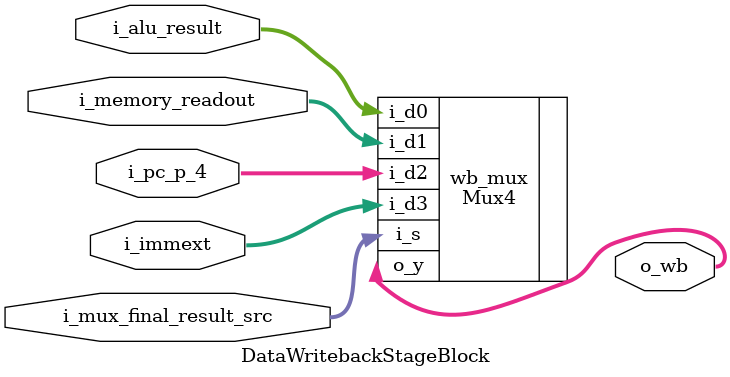
<source format=sv>
module DataWritebackStageBlock (
    // From mem
    input logic  [31:0] i_alu_result,
    input logic  [31:0] i_memory_readout,
    input logic  [31:0] i_pc_p_4,
    input logic  [31:0] i_immext,
    // From control
    input logic  [1:0]  i_mux_final_result_src,
    // To decode
    output logic [31:0] o_wb
);
    
    Mux4 wb_mux (
        .i_d0(i_alu_result),
        .i_d1(i_memory_readout),
        .i_d2(i_pc_p_4),
        .i_d3(i_immext),
        .i_s(i_mux_final_result_src),
        .o_y(o_wb)
    );

endmodule

</source>
